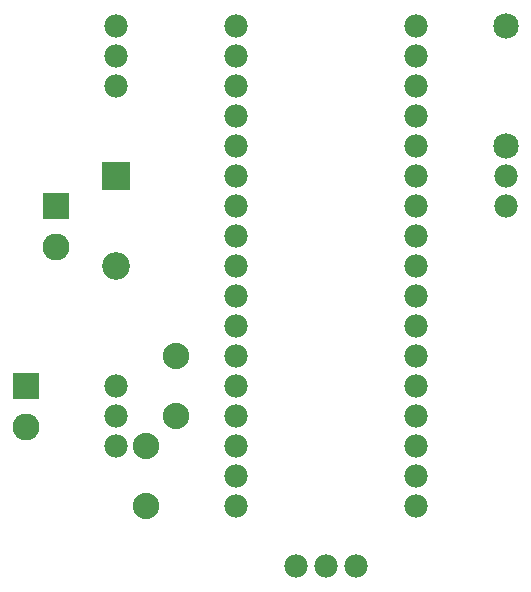
<source format=gts>
G04 MADE WITH FRITZING*
G04 WWW.FRITZING.ORG*
G04 DOUBLE SIDED*
G04 HOLES PLATED*
G04 CONTOUR ON CENTER OF CONTOUR VECTOR*
%ASAXBY*%
%FSLAX23Y23*%
%MOIN*%
%OFA0B0*%
%SFA1.0B1.0*%
%ADD10C,0.077717*%
%ADD11C,0.090000*%
%ADD12C,0.092000*%
%ADD13C,0.088000*%
%ADD14C,0.085000*%
%ADD15R,0.090000X0.090000*%
%ADD16R,0.092000X0.092000*%
%LNMASK1*%
G90*
G70*
G54D10*
X880Y2053D03*
X880Y1953D03*
X880Y1853D03*
X880Y1753D03*
X880Y1653D03*
X880Y1553D03*
X880Y1453D03*
X880Y1353D03*
X880Y1253D03*
X880Y1153D03*
X880Y1053D03*
X880Y953D03*
X880Y853D03*
X880Y753D03*
X880Y653D03*
X880Y553D03*
X880Y453D03*
X1480Y2053D03*
X1480Y1953D03*
X1480Y1853D03*
X1480Y1753D03*
X1480Y1653D03*
X1480Y1553D03*
X1480Y1453D03*
X1480Y1353D03*
X1480Y1253D03*
X1480Y1153D03*
X1480Y1053D03*
X1480Y953D03*
X1480Y853D03*
X1480Y753D03*
X1480Y653D03*
X1480Y553D03*
X1480Y453D03*
G54D11*
X180Y853D03*
X180Y716D03*
G54D10*
X480Y853D03*
X480Y753D03*
X480Y653D03*
G54D11*
X280Y1453D03*
X280Y1316D03*
G54D12*
X480Y1553D03*
X480Y1255D03*
X480Y1553D03*
X480Y1255D03*
G54D10*
X480Y2053D03*
X480Y1953D03*
X480Y1853D03*
G54D13*
X580Y653D03*
X580Y453D03*
X580Y653D03*
X580Y453D03*
X680Y953D03*
X680Y753D03*
X680Y953D03*
X680Y753D03*
G54D10*
X1080Y253D03*
X1180Y253D03*
X1280Y253D03*
X1780Y1453D03*
X1780Y1553D03*
G54D14*
X1780Y2053D03*
X1780Y1653D03*
X1780Y2053D03*
X1780Y1653D03*
G54D15*
X180Y853D03*
X280Y1453D03*
G54D16*
X480Y1554D03*
X480Y1554D03*
G04 End of Mask1*
M02*
</source>
